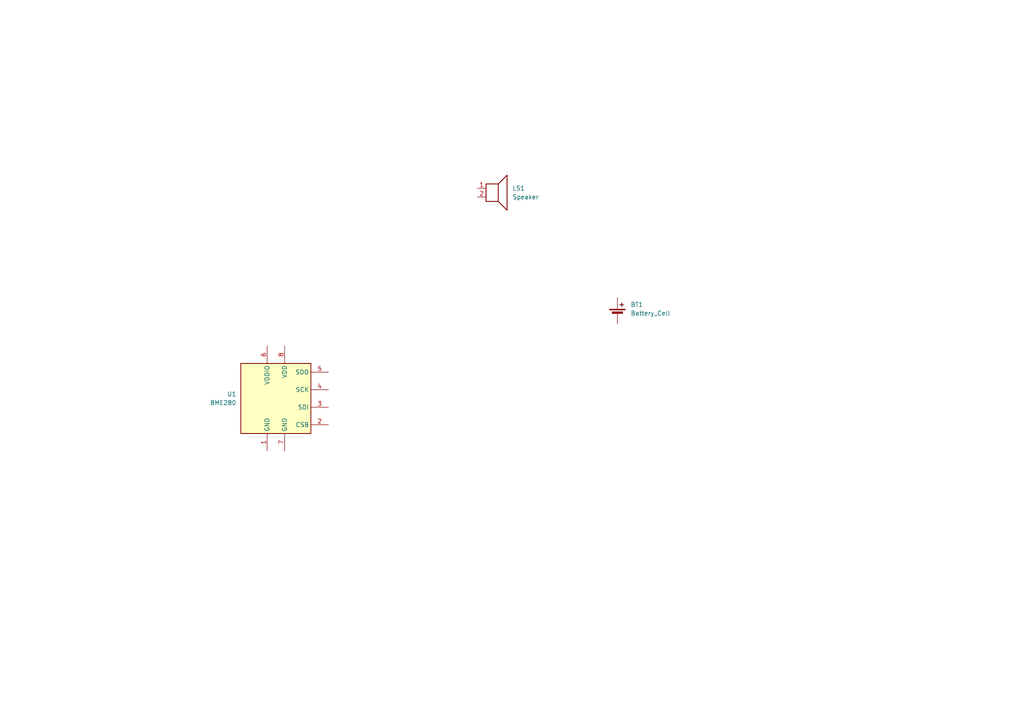
<source format=kicad_sch>
(kicad_sch (version 20231120) (generator "eeschema") (generator_version "8.0")
  (paper "A4")
  (lib_symbols
    (symbol "Device:Battery_Cell" (pin_numbers hide) (pin_names (offset 0) hide)
      (property "Reference" "BT" (at 2.54 2.54 0))
      (property "Value" "Battery_Cell" (at 2.54 0 0))
      (symbol "Battery_Cell_0_1"
        (rectangle (start -2.286 1.778) (end 2.286 1.524) (fill (type outline)))
        (rectangle (start -1.524 1.016) (end 1.524 0.508) (fill (type outline)))
        (polyline (pts (xy 0 0.762) (xy 0 0)))
        (polyline (pts (xy 0 1.778) (xy 0 2.54)))
        (polyline (pts (xy 0.762 3.048) (xy 1.778 3.048)) (stroke (width 0.254)))
        (polyline (pts (xy 1.27 3.556) (xy 1.27 2.54)) (stroke (width 0.254)))
      )
      (symbol "Battery_Cell_1_1"
        (pin passive line (at 0 5.08 270) (length 2.54) (name "+") (number "1"))
        (pin passive line (at 0 -2.54 90) (length 2.54) (name "-") (number "2"))
      )
    )
    (symbol "Device:Speaker" (pin_names (offset 0) hide)
      (property "Reference" "LS" (at 1.27 5.715 0))
      (property "Value" "Speaker" (at 1.27 3.81 0))
      (symbol "Speaker_0_0"
        (rectangle (start -2.54 1.27) (end 1.016 -3.81) (stroke (width 0.254)))
        (polyline (pts (xy 1.016 1.27) (xy 3.556 3.81) (xy 3.556 -6.35) (xy 1.016 -3.81)) (stroke (width 0.254)))
      )
      (symbol "Speaker_1_1"
        (pin input line (at -5.08 0 0) (length 2.54) (name "1") (number "1"))
        (pin input line (at -5.08 -2.54 0) (length 2.54) (name "2") (number "2"))
      )
    )
    (symbol "Sensor:BME280"
      (property "Reference" "U" (at -8.89 11.43 0))
      (property "Value" "BME280" (at 7.62 11.43 0))
      (symbol "BME280_0_1"
        (rectangle (start -10.16 10.16) (end 10.16 -10.16) (stroke (width 0.254)) (fill (type background)))
      )
      (symbol "BME280_1_1"
        (pin power_in line (at -2.54 -15.24 90) (length 5.08) (name "GND") (number "1"))
        (pin input line (at 15.24 -7.62 180) (length 5.08) (name "CSB") (number "2"))
        (pin bidirectional line (at 15.24 -2.54 180) (length 5.08) (name "SDI") (number "3"))
        (pin input line (at 15.24 2.54 180) (length 5.08) (name "SCK") (number "4"))
        (pin bidirectional line (at 15.24 7.62 180) (length 5.08) (name "SDO") (number "5"))
        (pin power_in line (at -2.54 15.24 270) (length 5.08) (name "VDDIO") (number "6"))
        (pin power_in line (at 2.54 -15.24 90) (length 5.08) (name "GND") (number "7"))
        (pin power_in line (at 2.54 15.24 270) (length 5.08) (name "VDD") (number "8"))
      )
    )
  )
  (symbol (lib_id "Device:Speaker") (at 143.51 54.61 0) (unit 1)
    (property "Reference" "LS1" (at 148.59 54.6099 0) (effects (justify left)))
    (property "Value" "Speaker" (at 148.59 57.1499 0) (effects (justify left)))
    (property "Description" "Speaker" (effects (hide yes)))
  )
  (symbol (lib_id "Device:Battery_Cell") (at 179.07 91.44 0) (unit 1)
    (property "Reference" "BT1" (at 182.88 88.3284 0) (effects (justify left)))
    (property "Value" "Battery_Cell" (at 182.88 90.8684 0) (effects (justify left)))
    (property "Description" "Single-cell battery" (effects (hide yes)))
  )
  (symbol (lib_id "Sensor:BME280") (at 80.01 115.57 0) (unit 1)
    (property "Reference" "U1" (at 68.58 114.2999 0) (effects (justify right)))
    (property "Value" "BME280" (at 68.58 116.8399 0) (effects (justify right)))
    (property "Footprint" "Package_LGA:Bosch_LGA-8_2.5x2.5mm_P0.65mm_ClockwisePinNumbering" (effects (hide yes)))
    (property "Datasheet" "https://www.bosch-sensortec.com/media/boschsensortec/downloads/datasheets/bst-bme280-ds002.pdf" (effects (hide yes)))
    (property "Description" "3-in-1 sensor, humidity, pressure, temperature, I2C and SPI interface, 1.71-3.6V, LGA-8" (effects (hide yes)))
  )
)
</source>
